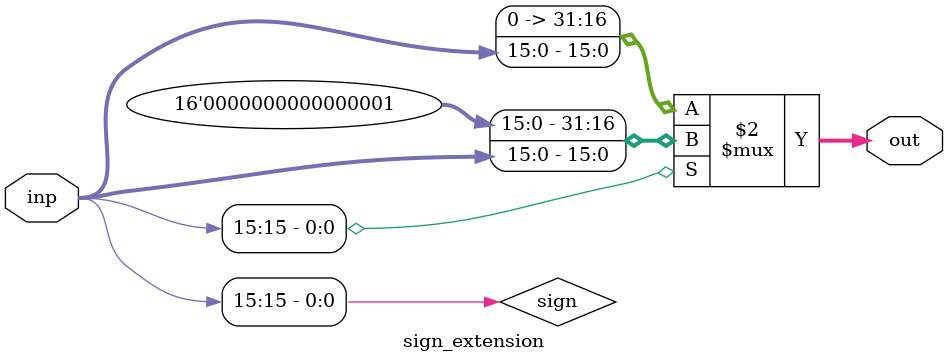
<source format=v>
`timescale 1ns / 1ps
module sign_extension(input wire [15:0] inp,
					  output wire [31:0] out
    );

	wire sign = inp[15];
	assign out = sign == 1? {16'b1, inp}: {16'b0,inp};
endmodule

</source>
